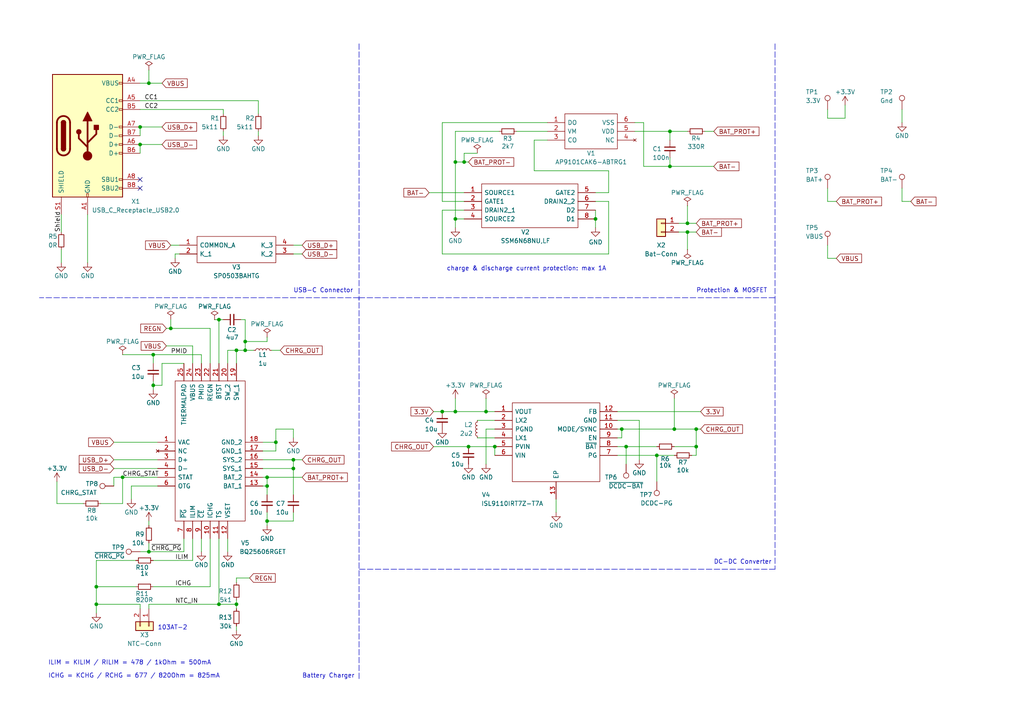
<source format=kicad_sch>
(kicad_sch (version 20211123) (generator eeschema)
  (paper "A4")
  (title_block (title "SmartWatch - [2] Power") (date "2022-06-19") (rev "0.1") (comment 4 "Simon Brenninger"))
  (lib_symbols
    (symbol "Battery Charger:BQ25606RGET" (pin_names (offset 0.762))
      (property "Reference" "PS" (at 26.67 22.86 0))
      (property "Value" "BQ25606RGET" (at 26.67 20.32 0))
      (symbol "BQ25606RGET_0_0"
        (pin input line (at 0 0 0) (length 5.08) (name "VAC") (number "1"))
        (pin input line (at 15.24 -27.94 90) (length 5.08) (name "ICHG") (number "10"))
        (pin input line (at 17.78 -27.94 90) (length 5.08) (name "TS") (number "11"))
        (pin input line (at 20.32 -27.94 90) (length 5.08) (name "VSET") (number "12"))
        (pin power_in line (at 30.48 -12.7 180) (length 5.08) (name "BAT_1") (number "13"))
        (pin power_in line (at 30.48 -10.16 180) (length 5.08) (name "BAT_2") (number "14"))
        (pin power_in line (at 30.48 -7.62 180) (length 5.08) (name "SYS_1") (number "15"))
        (pin power_in line (at 30.48 -5.08 180) (length 5.08) (name "SYS_2") (number "16"))
        (pin power_in line (at 30.48 -2.54 180) (length 5.08) (name "GND_1") (number "17"))
        (pin power_in line (at 30.48 0 180) (length 5.08) (name "GND_2") (number "18"))
        (pin power_in line (at 22.86 22.86 270) (length 5.08) (name "SW_1") (number "19"))
        (pin no_connect line (at 0 -2.54 0) (length 5.08) (name "NC") (number "2"))
        (pin power_in line (at 20.32 22.86 270) (length 5.08) (name "SW_2") (number "20"))
        (pin power_in line (at 17.78 22.86 270) (length 5.08) (name "BTST") (number "21"))
        (pin power_in line (at 15.24 22.86 270) (length 5.08) (name "REGN") (number "22"))
        (pin power_in line (at 12.7 22.86 270) (length 5.08) (name "PMID") (number "23"))
        (pin power_in line (at 10.16 22.86 270) (length 5.08) (name "VBUS") (number "24"))
        (pin power_in line (at 7.62 22.86 270) (length 5.08) (name "THERMALPAD") (number "25"))
        (pin bidirectional line (at 0 -5.08 0) (length 5.08) (name "D+") (number "3"))
        (pin bidirectional line (at 0 -7.62 0) (length 5.08) (name "D-") (number "4"))
        (pin output line (at 0 -10.16 0) (length 5.08) (name "STAT") (number "5"))
        (pin input line (at 0 -12.7 0) (length 5.08) (name "OTG") (number "6"))
        (pin output line (at 7.62 -27.94 90) (length 5.08) (name "~{PG}") (number "7"))
        (pin input line (at 10.16 -27.94 90) (length 5.08) (name "ILIM") (number "8"))
        (pin input line (at 12.7 -27.94 90) (length 5.08) (name "~{CE}") (number "9"))
      )
      (symbol "BQ25606RGET_0_1"
        (polyline (pts (xy 5.08 17.78) (xy 25.4 17.78) (xy 25.4 -22.86) (xy 5.08 -22.86) (xy 5.08 17.78)) (stroke (width 0.1524)))
      )
    )
    (symbol "Battery Protection:AP9101CAK6-ABTRG1" (pin_names (offset 0.762))
      (property "Reference" "IC" (at 21.59 7.62 0))
      (property "Value" "AP9101CAK6-ABTRG1" (at 21.59 5.08 0))
      (symbol "AP9101CAK6-ABTRG1_0_0"
        (pin passive line (at 0 0 0) (length 5.08) (name "DO") (number "1"))
        (pin passive line (at 0 -2.54 0) (length 5.08) (name "VM") (number "2"))
        (pin passive line (at 0 -5.08 0) (length 5.08) (name "CO") (number "3"))
        (pin no_connect line (at 25.4 -5.08 180) (length 5.08) (name "NC") (number "4"))
        (pin passive line (at 25.4 -2.54 180) (length 5.08) (name "VDD") (number "5"))
        (pin passive line (at 25.4 0 180) (length 5.08) (name "VSS") (number "6"))
      )
      (symbol "AP9101CAK6-ABTRG1_0_1"
        (polyline (pts (xy 5.08 2.54) (xy 20.32 2.54) (xy 20.32 -7.62) (xy 5.08 -7.62) (xy 5.08 2.54)) (stroke (width 0.1524)))
      )
    )
    (symbol "Connector:TestPoint" (pin_numbers hide) (pin_names (offset 0.762) hide)
      (property "Reference" "TP" (at 0 6.858 0))
      (property "Value" "TestPoint" (at 0 5.08 0))
      (symbol "TestPoint_0_1"
        (circle (center 0 3.302) (radius 0.762))
      )
      (symbol "TestPoint_1_1"
        (pin passive line (at 0 0 90) (length 2.54) (name "1") (number "1"))
      )
    )
    (symbol "Connector:USB_C_Receptacle_USB2.0" (pin_names (offset 1.016))
      (property "Reference" "J" (at -10.16 19.05 0))
      (property "Value" "USB_C_Receptacle_USB2.0" (at 19.05 19.05 0))
      (symbol "USB_C_Receptacle_USB2.0_0_0"
        (rectangle (start -0.254 -17.78) (end 0.254 -16.764))
        (rectangle (start 10.16 -14.986) (end 9.144 -15.494))
        (rectangle (start 10.16 -12.446) (end 9.144 -12.954))
        (rectangle (start 10.16 -4.826) (end 9.144 -5.334))
        (rectangle (start 10.16 -2.286) (end 9.144 -2.794))
        (rectangle (start 10.16 0.254) (end 9.144 -0.254))
        (rectangle (start 10.16 2.794) (end 9.144 2.286))
        (rectangle (start 10.16 7.874) (end 9.144 7.366))
        (rectangle (start 10.16 10.414) (end 9.144 9.906))
        (rectangle (start 10.16 15.494) (end 9.144 14.986))
      )
      (symbol "USB_C_Receptacle_USB2.0_0_1"
        (rectangle (start -10.16 17.78) (end 10.16 -17.78) (stroke (width 0.254)) (fill (type background)))
        (arc (start -8.89 -3.81) (mid -6.985 -5.715) (end -5.08 -3.81) (stroke (width 0.508)))
        (arc (start -7.62 -3.81) (mid -6.985 -4.445) (end -6.35 -3.81) (stroke (width 0.254)))
        (arc (start -7.62 -3.81) (mid -6.985 -4.445) (end -6.35 -3.81) (stroke (width 0.254)) (fill (type outline)))
        (rectangle (start -7.62 -3.81) (end -6.35 3.81) (stroke (width 0.254)) (fill (type outline)))
        (arc (start -6.35 3.81) (mid -6.985 4.445) (end -7.62 3.81) (stroke (width 0.254)))
        (arc (start -6.35 3.81) (mid -6.985 4.445) (end -7.62 3.81) (stroke (width 0.254)) (fill (type outline)))
        (arc (start -5.08 3.81) (mid -6.985 5.715) (end -8.89 3.81) (stroke (width 0.508)))
        (circle (center -2.54 1.143) (radius 0.635) (stroke (width 0.254)) (fill (type outline)))
        (circle (center 0 -5.842) (radius 1.27) (fill (type outline)))
        (polyline (pts (xy -8.89 -3.81) (xy -8.89 3.81)) (stroke (width 0.508)))
        (polyline (pts (xy -5.08 3.81) (xy -5.08 -3.81)) (stroke (width 0.508)))
        (polyline (pts (xy 0 -5.842) (xy 0 4.318)) (stroke (width 0.508)))
        (polyline (pts (xy 0 -3.302) (xy -2.54 -0.762) (xy -2.54 0.508)) (stroke (width 0.508)))
        (polyline (pts (xy 0 -2.032) (xy 2.54 0.508) (xy 2.54 1.778)) (stroke (width 0.508)))
        (polyline (pts (xy -1.27 4.318) (xy 0 6.858) (xy 1.27 4.318) (xy -1.27 4.318)) (stroke (width 0.254)) (fill (type outline)))
        (rectangle (start 1.905 1.778) (end 3.175 3.048) (stroke (width 0.254)) (fill (type outline)))
      )
      (symbol "USB_C_Receptacle_USB2.0_1_1"
        (pin passive line (at 0 -22.86 90) (length 5.08) (name "GND") (number "A1"))
        (pin passive line (at 0 -22.86 90) (length 5.08) hide (name "GND") (number "A12"))
        (pin passive line (at 15.24 15.24 180) (length 5.08) (name "VBUS") (number "A4"))
        (pin bidirectional line (at 15.24 10.16 180) (length 5.08) (name "CC1") (number "A5"))
        (pin bidirectional line (at 15.24 -2.54 180) (length 5.08) (name "D+") (number "A6"))
        (pin bidirectional line (at 15.24 2.54 180) (length 5.08) (name "D-") (number "A7"))
        (pin bidirectional line (at 15.24 -12.7 180) (length 5.08) (name "SBU1") (number "A8"))
        (pin passive line (at 15.24 15.24 180) (length 5.08) hide (name "VBUS") (number "A9"))
        (pin passive line (at 0 -22.86 90) (length 5.08) hide (name "GND") (number "B1"))
        (pin passive line (at 0 -22.86 90) (length 5.08) hide (name "GND") (number "B12"))
        (pin passive line (at 15.24 15.24 180) (length 5.08) hide (name "VBUS") (number "B4"))
        (pin bidirectional line (at 15.24 7.62 180) (length 5.08) (name "CC2") (number "B5"))
        (pin bidirectional line (at 15.24 -5.08 180) (length 5.08) (name "D+") (number "B6"))
        (pin bidirectional line (at 15.24 0 180) (length 5.08) (name "D-") (number "B7"))
        (pin bidirectional line (at 15.24 -15.24 180) (length 5.08) (name "SBU2") (number "B8"))
        (pin passive line (at 15.24 15.24 180) (length 5.08) hide (name "VBUS") (number "B9"))
        (pin passive line (at -7.62 -22.86 90) (length 5.08) (name "SHIELD") (number "S1"))
      )
    )
    (symbol "Connector_Generic:Conn_01x02" (pin_names (offset 1.016) hide)
      (property "Reference" "J" (at 0 2.54 0))
      (property "Value" "Conn_01x02" (at 0 -5.08 0))
      (symbol "Conn_01x02_1_1"
        (rectangle (start -1.27 -2.413) (end 0 -2.667) (stroke (width 0.1524)))
        (rectangle (start -1.27 0.127) (end 0 -0.127) (stroke (width 0.1524)))
        (rectangle (start -1.27 1.27) (end 1.27 -3.81) (stroke (width 0.254)) (fill (type background)))
        (pin passive line (at -5.08 0 0) (length 3.81) (name "Pin_1") (number "1"))
        (pin passive line (at -5.08 -2.54 0) (length 3.81) (name "Pin_2") (number "2"))
      )
    )
    (symbol "Device:C_Small" (pin_numbers hide) (pin_names (offset 0.254) hide)
      (property "Reference" "C" (at 0.254 1.778 0))
      (property "Value" "C_Small" (at 0.254 -2.032 0))
      (symbol "C_Small_0_1"
        (polyline (pts (xy -1.524 -0.508) (xy 1.524 -0.508)) (stroke (width 0.3302)))
        (polyline (pts (xy -1.524 0.508) (xy 1.524 0.508)) (stroke (width 0.3048)))
      )
      (symbol "C_Small_1_1"
        (pin passive line (at 0 2.54 270) (length 2.032) (name "~") (number "1"))
        (pin passive line (at 0 -2.54 90) (length 2.032) (name "~") (number "2"))
      )
    )
    (symbol "Device:L_Small" (pin_numbers hide) (pin_names (offset 0.254) hide)
      (property "Reference" "L" (at 0.762 1.016 0))
      (property "Value" "L_Small" (at 0.762 -1.016 0))
      (symbol "L_Small_0_1"
        (arc (start 0 -2.032) (mid 0.508 -1.524) (end 0 -1.016))
        (arc (start 0 -1.016) (mid 0.508 -0.508) (end 0 0))
        (arc (start 0 0) (mid 0.508 0.508) (end 0 1.016))
        (arc (start 0 1.016) (mid 0.508 1.524) (end 0 2.032))
      )
      (symbol "L_Small_1_1"
        (pin passive line (at 0 2.54 270) (length 0.508) (name "~") (number "1"))
        (pin passive line (at 0 -2.54 90) (length 0.508) (name "~") (number "2"))
      )
    )
    (symbol "Device:R_Small" (pin_numbers hide) (pin_names (offset 0.254) hide)
      (property "Reference" "R" (at 0.762 0.508 0))
      (property "Value" "R_Small" (at 0.762 -1.016 0))
      (symbol "R_Small_0_1"
        (rectangle (start -0.762 1.778) (end 0.762 -1.778) (stroke (width 0.2032)))
      )
      (symbol "R_Small_1_1"
        (pin passive line (at 0 2.54 270) (length 0.762) (name "~") (number "1"))
        (pin passive line (at 0 -2.54 90) (length 0.762) (name "~") (number "2"))
      )
    )
    (symbol "ESD Protection:SP0503BAHTG" (pin_names (offset 0.762))
      (property "Reference" "D" (at 29.21 7.62 0))
      (property "Value" "SP0503BAHTG" (at 29.21 5.08 0))
      (symbol "SP0503BAHTG_0_0"
        (pin passive line (at 0 0 0) (length 5.08) (name "COMMON_A") (number "1"))
        (pin passive line (at 0 -2.54 0) (length 5.08) (name "K_1") (number "2"))
        (pin passive line (at 33.02 -2.54 180) (length 5.08) (name "K_2") (number "3"))
        (pin passive line (at 33.02 0 180) (length 5.08) (name "K_3") (number "4"))
      )
      (symbol "SP0503BAHTG_0_1"
        (polyline (pts (xy 5.08 2.54) (xy 27.94 2.54) (xy 27.94 -5.08) (xy 5.08 -5.08) (xy 5.08 2.54)) (stroke (width 0.1524)))
      )
    )
    (symbol "MOSFET:SSM6N68NU,LF" (pin_names (offset 0.762))
      (property "Reference" "Q" (at 34.29 7.62 0))
      (property "Value" "SSM6N68NU,LF" (at 34.29 5.08 0))
      (symbol "SSM6N68NU,LF_0_0"
        (pin passive line (at 0 0 0) (length 5.08) (name "SOURCE1") (number "1"))
        (pin passive line (at 0 -2.54 0) (length 5.08) (name "GATE1") (number "2"))
        (pin passive line (at 0 -5.08 0) (length 5.08) (name "DRAIN2_1") (number "3"))
        (pin passive line (at 0 -7.62 0) (length 5.08) (name "SOURCE2") (number "4"))
        (pin passive line (at 38.1 0 180) (length 5.08) (name "GATE2") (number "5"))
        (pin passive line (at 38.1 -2.54 180) (length 5.08) (name "DRAIN2_2") (number "6"))
        (pin passive line (at 38.1 -5.08 180) (length 5.08) (name "D2") (number "7"))
        (pin passive line (at 38.1 -7.62 180) (length 5.08) (name "D1") (number "8"))
      )
      (symbol "SSM6N68NU,LF_0_1"
        (polyline (pts (xy 5.08 2.54) (xy 33.02 2.54) (xy 33.02 -10.16) (xy 5.08 -10.16) (xy 5.08 2.54)) (stroke (width 0.1524)))
      )
    )
    (symbol "Voltage Regulator:ISL9110IRT7Z-T7A" (pin_names (offset 0.762))
      (property "Reference" "IC" (at 31.75 7.62 0))
      (property "Value" "ISL9110IRT7Z-T7A" (at 31.75 5.08 0))
      (symbol "ISL9110IRT7Z-T7A_0_0"
        (pin passive line (at 0 0 0) (length 5.08) (name "VOUT") (number "1"))
        (pin passive line (at 35.56 -5.08 180) (length 5.08) (name "MODE/SYNC") (number "10"))
        (pin passive line (at 35.56 -2.54 180) (length 5.08) (name "GND") (number "11"))
        (pin passive line (at 35.56 0 180) (length 5.08) (name "FB") (number "12"))
        (pin passive line (at 17.78 -25.4 90) (length 5.08) (name "EP") (number "13"))
        (pin passive line (at 0 -2.54 0) (length 5.08) (name "LX2") (number "2"))
        (pin passive line (at 0 -5.08 0) (length 5.08) (name "PGND") (number "3"))
        (pin passive line (at 0 -7.62 0) (length 5.08) (name "LX1") (number "4"))
        (pin passive line (at 0 -10.16 0) (length 5.08) (name "PVIN") (number "5"))
        (pin passive line (at 0 -12.7 0) (length 5.08) (name "VIN") (number "6"))
        (pin passive line (at 35.56 -12.7 180) (length 5.08) (name "PG") (number "7"))
        (pin passive line (at 35.56 -10.16 180) (length 5.08) (name "~{BAT}") (number "8"))
        (pin passive line (at 35.56 -7.62 180) (length 5.08) (name "EN") (number "9"))
      )
      (symbol "ISL9110IRT7Z-T7A_0_1"
        (polyline (pts (xy 5.08 2.54) (xy 30.48 2.54) (xy 30.48 -20.32) (xy 5.08 -20.32) (xy 5.08 2.54)) (stroke (width 0.1524)))
      )
    )
    (symbol "power:+3.3V" (power) (pin_names (offset 0))
      (property "Value" "+3.3V" (at 0 3.556 0))
      (symbol "+3.3V_0_1"
        (polyline (pts (xy -0.762 1.27) (xy 0 2.54)))
        (polyline (pts (xy 0 0) (xy 0 2.54)))
        (polyline (pts (xy 0 2.54) (xy 0.762 1.27)))
      )
      (symbol "+3.3V_1_1"
        (pin power_in line (at 0 0 90) (length 0) hide (name "+3.3V") (number "1"))
      )
    )
    (symbol "power:GND" (power) (pin_names (offset 0))
      (property "Value" "GND" (at 0 -3.81 0))
      (symbol "GND_0_1"
        (polyline (pts (xy 0 0) (xy 0 -1.27) (xy 1.27 -1.27) (xy 0 -2.54) (xy -1.27 -1.27) (xy 0 -1.27)))
      )
      (symbol "GND_1_1"
        (pin power_in line (at 0 0 270) (length 0) hide (name "GND") (number "1"))
      )
    )
    (symbol "power:PWR_FLAG" (power) (pin_numbers hide) (pin_names (offset 0) hide)
      (property "Value" "PWR_FLAG" (at 0 3.81 0))
      (symbol "PWR_FLAG_0_0"
        (pin power_out line (at 0 0 90) (length 0) (name "pwr") (number "1"))
      )
      (symbol "PWR_FLAG_0_1"
        (polyline (pts (xy 0 0) (xy 0 1.27) (xy -1.016 1.905) (xy 0 2.54) (xy 1.016 1.905) (xy 0 1.27)))
      )
    )
  )
  (junction (at 35.56 138.43))
  (junction (at 132.08 46.99))
  (junction (at 27.94 175.26))
  (junction (at 44.45 102.87))
  (junction (at 180.34 124.46))
  (junction (at 134.62 46.99))
  (junction (at 85.09 135.89))
  (junction (at 77.47 138.43))
  (junction (at 132.08 119.38))
  (junction (at 194.31 38.1))
  (junction (at 199.39 64.77))
  (junction (at 132.08 63.5))
  (junction (at 199.39 67.31))
  (junction (at 43.18 24.13))
  (junction (at 135.89 129.54))
  (junction (at 195.58 124.46))
  (junction (at 201.93 124.46))
  (junction (at 40.64 36.83))
  (junction (at 143.51 129.54))
  (junction (at 63.5 92.71))
  (junction (at 140.97 119.38))
  (junction (at 80.01 128.27))
  (junction (at 194.31 48.26))
  (junction (at 190.5 132.08))
  (junction (at 71.12 101.6))
  (junction (at 44.45 111.76))
  (junction (at 128.27 119.38))
  (junction (at 77.47 140.97))
  (junction (at 71.12 99.06))
  (junction (at 43.18 160.02))
  (junction (at 68.58 101.6))
  (junction (at 85.09 133.35))
  (junction (at 172.72 63.5))
  (junction (at 40.64 41.91))
  (junction (at 63.5 175.26))
  (junction (at 77.47 151.13))
  (junction (at 201.93 129.54))
  (junction (at 27.94 170.18))
  (junction (at 68.58 175.26))
  (junction (at 49.53 95.25))
  (junction (at 181.61 129.54))
  (no_connect (at 40.64 52.07))
  (no_connect (at 40.64 54.61))
  (wire (pts (xy 199.39 67.31) (xy 199.39 72.39)))
  (wire (pts (xy 77.47 138.43) (xy 77.47 140.97)))
  (wire (pts (xy 29.21 146.05) (xy 35.56 146.05)))
  (wire (pts (xy 43.18 24.13) (xy 46.99 24.13)))
  (wire (pts (xy 184.15 38.1) (xy 194.31 38.1)))
  (wire (pts (xy 158.75 35.56) (xy 128.27 35.56)))
  (wire (pts (xy 60.96 170.18) (xy 44.45 170.18)))
  (wire (pts (xy 40.64 41.91) (xy 46.99 41.91)))
  (wire (pts (xy 132.08 115.57) (xy 132.08 119.38)))
  (wire (pts (xy 242.57 74.93) (xy 240.03 74.93)))
  (wire (pts (xy 55.88 100.33) (xy 55.88 105.41)))
  (wire (pts (xy 63.5 105.41) (xy 63.5 92.71)))
  (wire (pts (xy 85.09 73.66) (xy 87.63 73.66)))
  (wire (pts (xy 46.99 105.41) (xy 46.99 111.76)))
  (wire (pts (xy 33.02 138.43) (xy 33.02 140.97)))
  (wire (pts (xy 33.02 128.27) (xy 45.72 128.27)))
  (wire (pts (xy 201.93 124.46) (xy 201.93 129.54)))
  (wire (pts (xy 46.99 111.76) (xy 44.45 111.76)))
  (wire (pts (xy 195.58 129.54) (xy 201.93 129.54)))
  (wire (pts (xy 76.2 135.89) (xy 85.09 135.89)))
  (wire (pts (xy 62.23 92.71) (xy 63.5 92.71)))
  (wire (pts (xy 40.64 31.75) (xy 64.77 31.75)))
  (wire (pts (xy 66.04 160.02) (xy 66.04 156.21)))
  (wire (pts (xy 77.47 140.97) (xy 77.47 143.51)))
  (wire (pts (xy 201.93 64.77) (xy 199.39 64.77)))
  (wire (pts (xy 68.58 167.64) (xy 72.39 167.64)))
  (wire (pts (xy 186.69 48.26) (xy 194.31 48.26)))
  (wire (pts (xy 125.73 119.38) (xy 128.27 119.38)))
  (wire (pts (xy 44.45 102.87) (xy 44.45 105.41)))
  (wire (pts (xy 261.62 58.42) (xy 264.16 58.42)))
  (wire (pts (xy 63.5 175.26) (xy 63.5 156.21)))
  (wire (pts (xy 17.78 62.23) (xy 17.78 67.31)))
  (wire (pts (xy 44.45 111.76) (xy 44.45 113.03)))
  (wire (pts (xy 135.89 129.54) (xy 143.51 129.54)))
  (wire (pts (xy 80.01 124.46) (xy 85.09 124.46)))
  (wire (pts (xy 199.39 59.69) (xy 199.39 64.77)))
  (wire (pts (xy 201.93 67.31) (xy 199.39 67.31)))
  (wire (pts (xy 158.75 40.64) (xy 154.94 40.64)))
  (wire (pts (xy 58.42 105.41) (xy 58.42 102.87)))
  (wire (pts (xy 186.69 35.56) (xy 186.69 48.26)))
  (wire (pts (xy 179.07 132.08) (xy 190.5 132.08)))
  (wire (pts (xy 195.58 124.46) (xy 201.93 124.46)))
  (wire (pts (xy 77.47 151.13) (xy 77.47 148.59)))
  (wire (pts (xy 33.02 133.35) (xy 45.72 133.35)))
  (wire (pts (xy 128.27 73.66) (xy 176.53 73.66)))
  (wire (pts (xy 38.1 140.97) (xy 45.72 140.97)))
  (wire (pts (xy 40.64 175.26) (xy 40.64 176.53)))
  (wire (pts (xy 245.11 34.29) (xy 240.03 34.29)))
  (wire (pts (xy 38.1 144.78) (xy 38.1 140.97)))
  (wire (pts (xy 76.2 140.97) (xy 77.47 140.97)))
  (wire (pts (xy 85.09 133.35) (xy 87.63 133.35)))
  (polyline (pts (xy 104.14 86.36) (xy 224.79 86.36)))
  (wire (pts (xy 35.56 138.43) (xy 45.72 138.43)))
  (wire (pts (xy 53.34 156.21) (xy 53.34 160.02)))
  (wire (pts (xy 140.97 119.38) (xy 143.51 119.38)))
  (wire (pts (xy 138.43 121.92) (xy 143.51 121.92)))
  (wire (pts (xy 40.64 36.83) (xy 46.99 36.83)))
  (wire (pts (xy 154.94 40.64) (xy 154.94 49.53)))
  (wire (pts (xy 80.01 128.27) (xy 80.01 124.46)))
  (wire (pts (xy 74.93 29.21) (xy 74.93 33.02)))
  (wire (pts (xy 143.51 124.46) (xy 140.97 124.46)))
  (wire (pts (xy 181.61 129.54) (xy 190.5 129.54)))
  (wire (pts (xy 149.86 38.1) (xy 158.75 38.1)))
  (wire (pts (xy 64.77 39.37) (xy 64.77 38.1)))
  (wire (pts (xy 77.47 138.43) (xy 87.63 138.43)))
  (wire (pts (xy 140.97 115.57) (xy 140.97 119.38)))
  (wire (pts (xy 77.47 97.79) (xy 77.47 99.06)))
  (wire (pts (xy 52.07 73.66) (xy 50.8 73.66)))
  (wire (pts (xy 143.51 132.08) (xy 143.51 129.54)))
  (wire (pts (xy 199.39 67.31) (xy 196.85 67.31)))
  (wire (pts (xy 134.62 60.96) (xy 128.27 60.96)))
  (wire (pts (xy 179.07 129.54) (xy 181.61 129.54)))
  (wire (pts (xy 43.18 160.02) (xy 43.18 157.48)))
  (wire (pts (xy 240.03 34.29) (xy 240.03 31.75)))
  (wire (pts (xy 77.47 99.06) (xy 71.12 99.06)))
  (wire (pts (xy 125.73 129.54) (xy 135.89 129.54)))
  (wire (pts (xy 134.62 55.88) (xy 124.46 55.88)))
  (wire (pts (xy 50.8 73.66) (xy 50.8 74.93)))
  (wire (pts (xy 180.34 124.46) (xy 195.58 124.46)))
  (wire (pts (xy 176.53 49.53) (xy 176.53 55.88)))
  (wire (pts (xy 43.18 175.26) (xy 63.5 175.26)))
  (polyline (pts (xy 104.14 86.36) (xy 11.43 86.36)))
  (wire (pts (xy 261.62 35.56) (xy 261.62 31.75)))
  (wire (pts (xy 48.26 95.25) (xy 49.53 95.25)))
  (wire (pts (xy 85.09 151.13) (xy 77.47 151.13)))
  (wire (pts (xy 78.74 101.6) (xy 81.28 101.6)))
  (polyline (pts (xy 224.79 12.7) (xy 224.79 86.36)))
  (wire (pts (xy 27.94 175.26) (xy 40.64 175.26)))
  (wire (pts (xy 179.07 127) (xy 180.34 127)))
  (wire (pts (xy 261.62 54.61) (xy 261.62 58.42)))
  (wire (pts (xy 180.34 124.46) (xy 180.34 127)))
  (wire (pts (xy 55.88 156.21) (xy 55.88 162.56)))
  (wire (pts (xy 199.39 64.77) (xy 196.85 64.77)))
  (wire (pts (xy 204.47 38.1) (xy 207.01 38.1)))
  (wire (pts (xy 179.07 119.38) (xy 203.2 119.38)))
  (wire (pts (xy 176.53 55.88) (xy 172.72 55.88)))
  (wire (pts (xy 27.94 162.56) (xy 39.37 162.56)))
  (wire (pts (xy 16.51 146.05) (xy 24.13 146.05)))
  (wire (pts (xy 44.45 110.49) (xy 44.45 111.76)))
  (wire (pts (xy 80.01 130.81) (xy 80.01 128.27)))
  (wire (pts (xy 242.57 58.42) (xy 240.03 58.42)))
  (wire (pts (xy 43.18 152.4) (xy 43.18 151.13)))
  (wire (pts (xy 172.72 60.96) (xy 172.72 63.5)))
  (polyline (pts (xy 104.14 196.85) (xy 104.14 86.36)))
  (wire (pts (xy 85.09 135.89) (xy 85.09 143.51)))
  (wire (pts (xy 195.58 115.57) (xy 195.58 124.46)))
  (polyline (pts (xy 224.79 86.36) (xy 224.79 165.1)))
  (wire (pts (xy 64.77 31.75) (xy 64.77 33.02)))
  (wire (pts (xy 128.27 60.96) (xy 128.27 73.66)))
  (wire (pts (xy 66.04 105.41) (xy 66.04 101.6)))
  (wire (pts (xy 53.34 105.41) (xy 46.99 105.41)))
  (wire (pts (xy 16.51 139.7) (xy 16.51 146.05)))
  (wire (pts (xy 69.85 92.71) (xy 71.12 92.71)))
  (wire (pts (xy 144.78 38.1) (xy 132.08 38.1)))
  (wire (pts (xy 44.45 162.56) (xy 55.88 162.56)))
  (wire (pts (xy 68.58 175.26) (xy 68.58 176.53)))
  (wire (pts (xy 172.72 63.5) (xy 172.72 66.04)))
  (wire (pts (xy 76.2 133.35) (xy 85.09 133.35)))
  (wire (pts (xy 176.53 73.66) (xy 176.53 58.42)))
  (wire (pts (xy 128.27 119.38) (xy 132.08 119.38)))
  (wire (pts (xy 132.08 63.5) (xy 134.62 63.5)))
  (wire (pts (xy 76.2 130.81) (xy 80.01 130.81)))
  (wire (pts (xy 25.4 62.23) (xy 25.4 76.2)))
  (wire (pts (xy 49.53 92.71) (xy 49.53 95.25)))
  (wire (pts (xy 179.07 121.92) (xy 185.42 121.92)))
  (wire (pts (xy 40.64 24.13) (xy 43.18 24.13)))
  (wire (pts (xy 40.64 36.83) (xy 40.64 39.37)))
  (wire (pts (xy 128.27 58.42) (xy 134.62 58.42)))
  (wire (pts (xy 201.93 124.46) (xy 203.2 124.46)))
  (wire (pts (xy 71.12 92.71) (xy 71.12 99.06)))
  (wire (pts (xy 17.78 76.2) (xy 17.78 72.39)))
  (wire (pts (xy 190.5 132.08) (xy 190.5 139.7)))
  (wire (pts (xy 71.12 99.06) (xy 71.12 101.6)))
  (wire (pts (xy 184.15 35.56) (xy 186.69 35.56)))
  (wire (pts (xy 68.58 168.91) (xy 68.58 167.64)))
  (wire (pts (xy 76.2 128.27) (xy 80.01 128.27)))
  (wire (pts (xy 245.11 30.48) (xy 245.11 34.29)))
  (wire (pts (xy 240.03 58.42) (xy 240.03 54.61)))
  (wire (pts (xy 176.53 58.42) (xy 172.72 58.42)))
  (wire (pts (xy 132.08 119.38) (xy 140.97 119.38)))
  (polyline (pts (xy 104.14 12.7) (xy 104.14 86.995)))
  (wire (pts (xy 240.03 71.12) (xy 240.03 74.93)))
  (wire (pts (xy 43.18 160.02) (xy 53.34 160.02)))
  (wire (pts (xy 85.09 148.59) (xy 85.09 151.13)))
  (wire (pts (xy 185.42 121.92) (xy 185.42 133.35)))
  (wire (pts (xy 138.43 44.45) (xy 134.62 44.45)))
  (wire (pts (xy 76.2 138.43) (xy 77.47 138.43)))
  (wire (pts (xy 132.08 66.04) (xy 132.08 63.5)))
  (wire (pts (xy 39.37 170.18) (xy 27.94 170.18)))
  (wire (pts (xy 201.93 132.08) (xy 201.93 129.54)))
  (wire (pts (xy 181.61 129.54) (xy 181.61 134.62)))
  (wire (pts (xy 85.09 124.46) (xy 85.09 127)))
  (wire (pts (xy 33.02 138.43) (xy 35.56 138.43)))
  (wire (pts (xy 190.5 132.08) (xy 195.58 132.08)))
  (wire (pts (xy 138.43 127) (xy 143.51 127)))
  (wire (pts (xy 140.97 124.46) (xy 140.97 134.62)))
  (wire (pts (xy 74.93 39.37) (xy 74.93 38.1)))
  (wire (pts (xy 63.5 92.71) (xy 64.77 92.71)))
  (wire (pts (xy 179.07 124.46) (xy 180.34 124.46)))
  (wire (pts (xy 154.94 49.53) (xy 176.53 49.53)))
  (wire (pts (xy 68.58 182.88) (xy 68.58 181.61)))
  (wire (pts (xy 194.31 45.72) (xy 194.31 48.26)))
  (wire (pts (xy 27.94 162.56) (xy 27.94 170.18)))
  (wire (pts (xy 43.18 20.32) (xy 43.18 24.13)))
  (wire (pts (xy 40.64 160.02) (xy 43.18 160.02)))
  (wire (pts (xy 49.53 71.12) (xy 52.07 71.12)))
  (wire (pts (xy 49.53 95.25) (xy 60.96 95.25)))
  (wire (pts (xy 40.64 41.91) (xy 40.64 44.45)))
  (wire (pts (xy 27.94 175.26) (xy 27.94 177.8)))
  (wire (pts (xy 68.58 101.6) (xy 71.12 101.6)))
  (wire (pts (xy 35.56 102.87) (xy 44.45 102.87)))
  (wire (pts (xy 201.93 132.08) (xy 200.66 132.08)))
  (wire (pts (xy 60.96 156.21) (xy 60.96 170.18)))
  (wire (pts (xy 73.66 101.6) (xy 71.12 101.6)))
  (wire (pts (xy 35.56 138.43) (xy 35.56 146.05)))
  (polyline (pts (xy 224.79 165.1) (xy 104.14 165.1)))
  (wire (pts (xy 132.08 38.1) (xy 132.08 46.99)))
  (wire (pts (xy 194.31 38.1) (xy 199.39 38.1)))
  (wire (pts (xy 63.5 175.26) (xy 68.58 175.26)))
  (wire (pts (xy 48.26 100.33) (xy 55.88 100.33)))
  (wire (pts (xy 68.58 105.41) (xy 68.58 101.6)))
  (wire (pts (xy 134.62 46.99) (xy 135.89 46.99)))
  (wire (pts (xy 87.63 71.12) (xy 85.09 71.12)))
  (wire (pts (xy 77.47 152.4) (xy 77.47 151.13)))
  (wire (pts (xy 33.02 135.89) (xy 45.72 135.89)))
  (wire (pts (xy 161.29 144.78) (xy 161.29 148.59)))
  (wire (pts (xy 132.08 46.99) (xy 134.62 46.99)))
  (wire (pts (xy 58.42 156.21) (xy 58.42 160.02)))
  (wire (pts (xy 40.64 29.21) (xy 74.93 29.21)))
  (wire (pts (xy 66.04 101.6) (xy 68.58 101.6)))
  (wire (pts (xy 68.58 173.99) (xy 68.58 175.26)))
  (wire (pts (xy 43.18 175.26) (xy 43.18 176.53)))
  (wire (pts (xy 134.62 44.45) (xy 134.62 46.99)))
  (wire (pts (xy 60.96 95.25) (xy 60.96 105.41)))
  (wire (pts (xy 132.08 46.99) (xy 132.08 63.5)))
  (wire (pts (xy 194.31 48.26) (xy 207.01 48.26)))
  (wire (pts (xy 194.31 38.1) (xy 194.31 40.64)))
  (wire (pts (xy 58.42 102.87) (xy 44.45 102.87)))
  (wire (pts (xy 85.09 135.89) (xy 85.09 133.35)))
  (wire (pts (xy 128.27 35.56) (xy 128.27 58.42)))
  (wire (pts (xy 27.94 170.18) (xy 27.94 175.26)))
  (text "ICHG = KCHG / RCHG = 677 / 820Ohm = 825mA" (at 13.97 196.85 0) (effects (font (size 1.27 1.27)) (justify left bottom)))
  (text "ILIM = KILIM / RILIM = 478 / 1kOhm = 500mA" (at 13.97 193.04 0) (effects (font (size 1.27 1.27)) (justify left bottom)))
  (text "DC-DC Converter" (at 207.01 163.83 0) (effects (font (size 1.27 1.27)) (justify left bottom)))
  (text "USB-C Connector" (at 85.09 85.09 0) (effects (font (size 1.27 1.27)) (justify left bottom)))
  (text "charge & discharge current protection: max 1A" (at 129.54 78.74 0) (effects (font (size 1.27 1.27)) (justify left bottom)))
  (text "Protection & MOSFET" (at 201.93 85.09 0) (effects (font (size 1.27 1.27)) (justify left bottom)))
  (text "103AT-2" (at 45.72 182.88 0) (effects (font (size 1.27 1.27)) (justify left bottom)))
  (text "Battery Charger" (at 87.63 196.85 0) (effects (font (size 1.27 1.27)) (justify left bottom)))
  (label "ICHG" (at 50.8 170.18 0))
  (label "ILIM" (at 50.8 162.56 0))
  (label "CC2" (at 41.91 31.75 0))
  (label "CHRG_STAT" (at 35.56 138.43 0))
  (label "Shield" (at 17.78 67.31 90))
  (label "NTC_IN" (at 50.8 175.26 0))
  (label "PMID" (at 49.53 102.87 0))
  (label "CC1" (at 41.91 29.21 0))
  (label "~{CHRG_PG}" (at 43.815 160.02 0))
  (global_label "VBUS" (shape input) (at 48.26 100.33 180) (property "Intersheet References" "${INTERSHEET_REFS}" (effects hide)))
  (global_label "VBUS" (shape input) (at 46.99 24.13 0) (property "Intersheet References" "${INTERSHEET_REFS}" (effects hide)))
  (global_label "VBUS" (shape input) (at 49.53 71.12 180) (property "Intersheet References" "${INTERSHEET_REFS}" (effects hide)))
  (global_label "BAT-" (shape input) (at 201.93 67.31 0) (property "Intersheet References" "${INTERSHEET_REFS}" (effects hide)))
  (global_label "CHRG_OUT" (shape input) (at 125.73 129.54 180) (property "Intersheet References" "${INTERSHEET_REFS}" (effects hide)))
  (global_label "CHRG_OUT" (shape input) (at 203.2 124.46 0) (property "Intersheet References" "${INTERSHEET_REFS}" (effects hide)))
  (global_label "3.3V" (shape input) (at 125.73 119.38 180) (property "Intersheet References" "${INTERSHEET_REFS}" (effects hide)))
  (global_label "BAT_PROT-" (shape input) (at 135.89 46.99 0) (property "Intersheet References" "${INTERSHEET_REFS}" (effects hide)))
  (global_label "REGN" (shape input) (at 72.39 167.64 0) (property "Intersheet References" "${INTERSHEET_REFS}" (effects hide)))
  (global_label "VBUS" (shape input) (at 242.57 74.93 0) (property "Intersheet References" "${INTERSHEET_REFS}" (effects hide)))
  (global_label "USB_D-" (shape input) (at 33.02 135.89 180) (property "Intersheet References" "${INTERSHEET_REFS}" (effects hide)))
  (global_label "BAT_PROT+" (shape input) (at 207.01 38.1 0) (property "Intersheet References" "${INTERSHEET_REFS}" (effects hide)))
  (global_label "USB_D-" (shape input) (at 87.63 73.66 0) (property "Intersheet References" "${INTERSHEET_REFS}" (effects hide)))
  (global_label "CHRG_OUT" (shape input) (at 81.28 101.6 0) (property "Intersheet References" "${INTERSHEET_REFS}" (effects hide)))
  (global_label "CHRG_OUT" (shape input) (at 87.63 133.35 0) (property "Intersheet References" "${INTERSHEET_REFS}" (effects hide)))
  (global_label "USB_D+" (shape input) (at 46.99 36.83 0) (property "Intersheet References" "${INTERSHEET_REFS}" (effects hide)))
  (global_label "BAT_PROT+" (shape input) (at 87.63 138.43 0) (property "Intersheet References" "${INTERSHEET_REFS}" (effects hide)))
  (global_label "BAT-" (shape input) (at 207.01 48.26 0) (property "Intersheet References" "${INTERSHEET_REFS}" (effects hide)))
  (global_label "USB_D-" (shape input) (at 46.99 41.91 0) (property "Intersheet References" "${INTERSHEET_REFS}" (effects hide)))
  (global_label "BAT_PROT+" (shape input) (at 242.57 58.42 0) (property "Intersheet References" "${INTERSHEET_REFS}" (effects hide)))
  (global_label "BAT-" (shape input) (at 264.16 58.42 0) (property "Intersheet References" "${INTERSHEET_REFS}" (effects hide)))
  (global_label "BAT_PROT+" (shape input) (at 201.93 64.77 0) (property "Intersheet References" "${INTERSHEET_REFS}" (effects hide)))
  (global_label "VBUS" (shape input) (at 33.02 128.27 180) (property "Intersheet References" "${INTERSHEET_REFS}" (effects hide)))
  (global_label "USB_D+" (shape input) (at 87.63 71.12 0) (property "Intersheet References" "${INTERSHEET_REFS}" (effects hide)))
  (global_label "USB_D+" (shape input) (at 33.02 133.35 180) (property "Intersheet References" "${INTERSHEET_REFS}" (effects hide)))
  (global_label "BAT-" (shape input) (at 124.46 55.88 180) (property "Intersheet References" "${INTERSHEET_REFS}" (effects hide)))
  (global_label "REGN" (shape input) (at 48.26 95.25 180) (property "Intersheet References" "${INTERSHEET_REFS}" (effects hide)))
  (global_label "3.3V" (shape input) (at 203.2 119.38 0) (property "Intersheet References" "${INTERSHEET_REFS}" (effects hide)))
  (symbol (lib_id "power:GND") (at 185.42 133.35 0) (unit 1)
    (property "Reference" "#PWR014" (effects hide))
    (property "Value" "GND" (at 185.42 137.16 0))
  )
  (symbol (lib_id "power:+3.3V") (at 132.08 115.57 0) (unit 1)
    (property "Reference" "#PWR011" (effects hide))
    (property "Value" "+3.3V" (at 132.08 111.76 0))
  )
  (symbol (lib_id "Connector:TestPoint") (at 33.02 140.97 90) (unit 1)
    (property "Reference" "TP8" (at 26.67 140.335 90))
    (property "Value" "CHRG_STAT" (at 22.86 142.875 90))
    (property "Footprint" "TestPoint:TestPoint_Pad_D1.0mm" (effects hide))
  )
  (symbol (lib_id "Device:R_Small") (at 68.58 179.07 0) (mirror y) (unit 1)
    (property "Reference" "R13" (at 67.31 179.07 0) (effects (justify left)))
    (property "Value" "30k" (at 67.31 181.61 0) (effects (justify left)))
    (property "Footprint" "Resistor_SMD:R_0603_1608Metric" (effects hide))
  )
  (symbol (lib_id "power:GND") (at 64.77 39.37 0) (unit 1)
    (property "Reference" "#PWR03" (effects hide))
    (property "Value" "GND" (at 64.77 43.18 0))
  )
  (symbol (lib_id "Device:C_Small") (at 44.45 107.95 0) (unit 1)
    (property "Reference" "C3" (at 38.1 106.68 0) (effects (justify left)))
    (property "Value" "10u" (at 38.1 109.22 0) (effects (justify left)))
    (property "Footprint" "Capacitor_SMD:C_0603_1608Metric" (effects hide))
  )
  (symbol (lib_id "Device:C_Small") (at 77.47 146.05 0) (unit 1)
    (property "Reference" "C6" (at 72.39 146.05 0) (effects (justify left)))
    (property "Value" "10u" (at 72.39 148.59 0) (effects (justify left)))
    (property "Footprint" "Capacitor_SMD:C_0603_1608Metric" (effects hide))
  )
  (symbol (lib_id "power:GND") (at 68.58 182.88 0) (unit 1)
    (property "Reference" "#PWR025" (effects hide))
    (property "Value" "GND" (at 68.58 186.69 0))
  )
  (symbol (lib_id "power:PWR_FLAG") (at 140.97 115.57 0) (unit 1)
    (property "Reference" "#FLG09" (effects hide))
    (property "Value" "PWR_FLAG" (at 140.97 111.76 0))
  )
  (symbol (lib_id "power:GND") (at 25.4 76.2 0) (unit 1)
    (property "Reference" "#PWR09" (effects hide))
    (property "Value" "GND" (at 25.4 80.01 0))
  )
  (symbol (lib_id "power:GND") (at 74.93 39.37 0) (unit 1)
    (property "Reference" "#PWR04" (effects hide))
    (property "Value" "GND" (at 74.93 43.18 0))
  )
  (symbol (lib_id "power:PWR_FLAG") (at 195.58 115.57 0) (unit 1)
    (property "Reference" "#FLG010" (effects hide))
    (property "Value" "PWR_FLAG" (at 195.58 111.76 0))
  )
  (symbol (lib_id "Voltage Regulator:ISL9110IRT7Z-T7A") (at 143.51 119.38 0) (unit 1)
    (property "Reference" "V4" (at 140.97 143.51 0))
    (property "Value" "ISL9110IRT7Z-T7A" (at 148.59 146.05 0))
    (property "Footprint" "DC-DC:SON40P300X300X75-13N" (effects hide))
    (property "Datasheet" "https://datasheet.datasheetarchive.com/originals/distributors/Datasheets-SFU4/DSASF4000-1643.pdf" (effects hide))
    (property "Description" "Switching Voltage Regulators 1 2A SINGLE IND BUCK BOOST 3 3V 12LD" (effects hide))
    (property "Height" "0.75" (effects hide))
    (property "Mouser Part Number" "968-ISL9110IRT7Z-T7A" (effects hide))
    (property "Mouser Price/Stock" "https://www.mouser.co.uk/ProductDetail/Renesas-Intersil/ISL9110IRT7Z-T7A?qs=dAsayXGOMrujtMdmCjK0tg%3D%3D" (effects hide))
    (property "Manufacturer_Name" "Renesas Electronics" (effects hide))
    (property "Manufacturer_Part_Number" "ISL9110IRT7Z-T7A" (effects hide))
  )
  (symbol (lib_id "Device:C_Small") (at 128.27 121.92 0) (unit 1)
    (property "Reference" "C4" (at 123.19 121.92 0) (effects (justify left)))
    (property "Value" "10u" (at 123.19 124.46 0) (effects (justify left)))
    (property "Footprint" "Capacitor_SMD:C_0603_1608Metric" (effects hide))
  )
  (symbol (lib_id "power:PWR_FLAG") (at 43.18 20.32 0) (unit 1)
    (property "Reference" "#FLG01" (effects hide))
    (property "Value" "PWR_FLAG" (at 43.18 16.51 0))
  )
  (symbol (lib_id "Device:C_Small") (at 67.31 92.71 90) (unit 1)
    (property "Reference" "C2" (at 68.6116 95.6522 90) (effects (justify left)))
    (property "Value" "4u7" (at 69.2191 97.8423 90) (effects (justify left)))
    (property "Footprint" "Capacitor_SMD:C_0603_1608Metric" (effects hide))
  )
  (symbol (lib_id "Battery Charger:BQ25606RGET") (at 45.72 128.27 0) (unit 1)
    (property "Reference" "V5" (at 71.12 157.48 0))
    (property "Value" "BQ25606RGET" (at 76.2 160.02 0))
    (property "Footprint" "Charger:QFN50P400X400X100-25N" (effects hide))
    (property "Datasheet" "https://componentsearchengine.com/Datasheets/2/BQ25606RGET.pdf" (effects hide))
    (property "Description" "Stand Alone Single Cell 3-A Fast Charger with High Input Voltage and Power Path" (effects hide))
    (property "Height" "1" (effects hide))
    (property "Mouser2 Part Number" "595-BQ25606RGET" (effects hide))
    (property "Mouser2 Price/Stock" "https://www.mouser.com/Search/Refine.aspx?Keyword=595-BQ25606RGET" (effects hide))
    (property "Manufacturer_Name" "Texas Instruments" (effects hide))
    (property "Manufacturer_Part_Number" "BQ25606RGET" (effects hide))
    (property "Mouser Part Number" "BQ25606RGET" (effects hide))
  )
  (symbol (lib_id "Connector:TestPoint") (at 181.61 134.62 180) (unit 1)
    (property "Reference" "TP6" (at 179.07 138.43 0) (effects (justify left)))
    (property "Value" "~{DCDC-BAT}" (at 186.69 140.97 0) (effects (justify left)))
    (property "Footprint" "TestPoint:TestPoint_Pad_D1.0mm" (effects hide))
  )
  (symbol (lib_id "Device:R_Small") (at 26.67 146.05 90) (mirror x) (unit 1)
    (property "Reference" "R8" (at 27.9463 148.0693 90) (effects (justify left)))
    (property "Value" "10k" (at 28.4514 150.3399 90) (effects (justify left)))
    (property "Footprint" "Resistor_SMD:R_0603_1608Metric" (effects hide))
  )
  (symbol (lib_id "power:GND") (at 161.29 148.59 0) (unit 1)
    (property "Reference" "#PWR019" (effects hide))
    (property "Value" "GND" (at 161.29 152.4 0))
  )
  (symbol (lib_id "power:GND") (at 128.27 124.46 0) (unit 1)
    (property "Reference" "#PWR012" (effects hide))
    (property "Value" "GND" (at 128.27 128.27 0))
  )
  (symbol (lib_id "Device:R_Small") (at 68.58 171.45 0) (mirror y) (unit 1)
    (property "Reference" "R12" (at 67.31 171.45 0) (effects (justify left)))
    (property "Value" "5k1" (at 67.31 173.99 0) (effects (justify left)))
    (property "Footprint" "Resistor_SMD:R_0603_1608Metric" (effects hide))
  )
  (symbol (lib_id "power:GND") (at 77.47 152.4 0) (unit 1)
    (property "Reference" "#PWR021" (effects hide))
    (property "Value" "GND" (at 77.47 156.21 0))
  )
  (symbol (lib_id "Connector:USB_C_Receptacle_USB2.0") (at 25.4 39.37 0) (unit 1)
    (property "Reference" "X1" (at 39.37 58.42 0))
    (property "Value" "USB_C_Receptacle_USB2.0" (at 39.37 60.96 0))
    (property "Footprint" "myLib:USB_C_Receptacle_Amphenol_12401598" (effects hide))
    (property "Datasheet" "https://www.usb.org/sites/default/files/documents/usb_type-c.zip" (effects hide))
    (property "Mouser Part Number" "12401598E4#2A" (effects hide))
  )
  (symbol (lib_id "Device:C_Small") (at 194.31 43.18 0) (unit 1)
    (property "Reference" "C1" (at 189.23 43.18 0) (effects (justify left)))
    (property "Value" "100n" (at 189.23 45.72 0) (effects (justify left)))
    (property "Footprint" "Capacitor_SMD:C_0603_1608Metric" (effects hide))
  )
  (symbol (lib_id "power:PWR_FLAG") (at 49.53 92.71 0) (unit 1)
    (property "Reference" "#FLG05" (effects hide))
    (property "Value" "PWR_FLAG" (at 49.53 88.9 0))
  )
  (symbol (lib_id "Device:L_Small") (at 76.2 101.6 90) (unit 1)
    (property "Reference" "L1" (at 76.2 102.87 90))
    (property "Value" "1u" (at 76.2 105.41 90))
    (property "Footprint" "Inductor_SMD:L_0603_1608Metric" (effects hide))
  )
  (symbol (lib_id "Connector:TestPoint") (at 240.03 31.75 0) (unit 1)
    (property "Reference" "TP1" (at 233.68 26.67 0) (effects (justify left)))
    (property "Value" "3.3V" (at 233.68 29.21 0) (effects (justify left)))
    (property "Footprint" "TestPoint:TestPoint_Pad_D1.0mm" (effects hide))
  )
  (symbol (lib_id "power:PWR_FLAG") (at 35.56 102.87 0) (unit 1)
    (property "Reference" "#FLG08" (effects hide))
    (property "Value" "PWR_FLAG" (at 35.56 99.06 0))
  )
  (symbol (lib_id "power:+3.3V") (at 43.18 151.13 0) (unit 1)
    (property "Reference" "#PWR020" (effects hide))
    (property "Value" "+3.3V" (at 43.18 147.32 0))
  )
  (symbol (lib_id "power:PWR_FLAG") (at 138.43 44.45 0) (unit 1)
    (property "Reference" "#FLG02" (effects hide))
    (property "Value" "PWR_FLAG" (at 138.43 40.64 0))
  )
  (symbol (lib_id "Device:R_Small") (at 17.78 69.85 0) (unit 1)
    (property "Reference" "R5" (at 13.97 68.58 0) (effects (justify left)))
    (property "Value" "0R" (at 13.97 71.12 0) (effects (justify left)))
    (property "Footprint" "Resistor_SMD:R_0603_1608Metric" (effects hide))
  )
  (symbol (lib_id "Device:R_Small") (at 147.32 38.1 90) (mirror x) (unit 1)
    (property "Reference" "R3" (at 148.5595 40.1685 90) (effects (justify left)))
    (property "Value" "2k7" (at 149.1081 42.4454 90) (effects (justify left)))
    (property "Footprint" "Resistor_SMD:R_0603_1608Metric" (effects hide))
  )
  (symbol (lib_id "Connector:TestPoint") (at 40.64 160.02 90) (unit 1)
    (property "Reference" "TP9" (at 34.29 158.75 90))
    (property "Value" "~{CHRG_PG}" (at 31.75 161.29 90))
    (property "Footprint" "TestPoint:TestPoint_Pad_D1.0mm" (effects hide))
  )
  (symbol (lib_id "Connector_Generic:Conn_01x02") (at 191.77 64.77 0) (mirror y) (unit 1)
    (property "Reference" "X2" (at 191.77 71.12 0))
    (property "Value" "Bat-Conn" (at 191.77 73.66 0))
    (property "Footprint" "Connector_JST:JST_PH_B2B-PH-SM4-TB_1x02-1MP_P2.00mm_Vertical" (effects hide))
  )
  (symbol (lib_id "Device:R_Small") (at 41.91 170.18 90) (mirror x) (unit 1)
    (property "Reference" "R11" (at 43.1863 172.1993 90) (effects (justify left)))
    (property "Value" "820R" (at 44.45 173.99 90) (effects (justify left)))
    (property "Footprint" "Resistor_SMD:R_0603_1608Metric" (effects hide))
  )
  (symbol (lib_id "Device:R_Small") (at 43.18 154.94 0) (mirror y) (unit 1)
    (property "Reference" "R9" (at 41.91 154.94 0) (effects (justify left)))
    (property "Value" "10k" (at 41.91 157.48 0) (effects (justify left)))
    (property "Footprint" "Resistor_SMD:R_0603_1608Metric" (effects hide))
  )
  (symbol (lib_id "power:PWR_FLAG") (at 77.47 97.79 0) (unit 1)
    (property "Reference" "#FLG07" (effects hide))
    (property "Value" "PWR_FLAG" (at 77.47 93.98 0))
  )
  (symbol (lib_id "MOSFET:SSM6N68NU,LF") (at 134.62 55.88 0) (unit 1)
    (property "Reference" "V2" (at 152.4 67.31 0))
    (property "Value" "SSM6N68NU,LF" (at 152.4 69.85 0))
    (property "Footprint" "Mosfet:SSM6N68NULF" (effects hide))
    (property "Datasheet" "http://toshiba.semicon-storage.com/info/docget.jsp?did=60465&prodName=SSM6N68NU" (effects hide))
    (property "Description" "MOSFET LowON Res MOSFET ID=4A VDSS=30V" (effects hide))
    (property "Height" "0.8" (effects hide))
    (property "Manufacturer_Name" "Toshiba" (effects hide))
    (property "Manufacturer_Part_Number" "SSM6N68NU,LF" (effects hide))
    (property "Mouser Part Number" "757-SSM6N68NULF" (effects hide))
  )
  (symbol (lib_id "Battery Protection:AP9101CAK6-ABTRG1") (at 158.75 35.56 0) (unit 1)
    (property "Reference" "V1" (at 171.45 44.45 0))
    (property "Value" "AP9101CAK6-ABTRG1" (at 171.45 46.99 0))
    (property "Footprint" "Protection:SOT95P285X140-6N" (effects hide))
    (property "Datasheet" "https://www.diodes.com/assets/Datasheets/AP9101C.pdf" (effects hide))
    (property "Description" "Battery Management Protection IC 1-Cell LI 3.0uA 3.5V" (effects hide))
    (property "Height" "1.4" (effects hide))
    (property "Mouser Part Number" "621-AP9101CAK6ABTRG1" (effects hide))
    (property "Mouser Price/Stock" "https://www.mouser.co.uk/ProductDetail/Diodes-Incorporated/AP9101CAK6-ABTRG1?qs=W66WzN12R3Y9HS2QV9IuJA%3D%3D" (effects hide))
    (property "Manufacturer_Name" "Diodes Inc." (effects hide))
    (property "Manufacturer_Part_Number" "AP9101CAK6-ABTRG1" (effects hide))
  )
  (symbol (lib_id "power:PWR_FLAG") (at 199.39 72.39 180) (unit 1)
    (property "Reference" "#FLG04" (effects hide))
    (property "Value" "PWR_FLAG" (at 199.39 76.2 0))
  )
  (symbol (lib_id "power:GND") (at 172.72 66.04 0) (unit 1)
    (property "Reference" "#PWR06" (effects hide))
    (property "Value" "GND" (at 172.7428 70.2492 0))
  )
  (symbol (lib_id "Device:R_Small") (at 74.93 35.56 0) (unit 1)
    (property "Reference" "R2" (at 71.12 34.29 0) (effects (justify left)))
    (property "Value" "5k11" (at 68.58 36.83 0) (effects (justify left)))
    (property "Footprint" "Resistor_SMD:R_0603_1608Metric" (effects hide))
  )
  (symbol (lib_id "power:PWR_FLAG") (at 199.39 59.69 0) (unit 1)
    (property "Reference" "#FLG03" (effects hide))
    (property "Value" "PWR_FLAG" (at 199.39 55.88 0))
  )
  (symbol (lib_id "power:GND") (at 50.8 74.93 0) (unit 1)
    (property "Reference" "#PWR07" (effects hide))
    (property "Value" "GND" (at 50.8 78.74 0))
  )
  (symbol (lib_id "power:GND") (at 132.08 66.04 0) (unit 1)
    (property "Reference" "#PWR05" (effects hide))
    (property "Value" "GND" (at 132.08 69.85 0))
  )
  (symbol (lib_id "Connector:TestPoint") (at 190.5 139.7 180) (unit 1)
    (property "Reference" "TP7" (at 189.23 143.51 0) (effects (justify left)))
    (property "Value" "DCDC-PG" (at 195.1524 145.9278 0) (effects (justify left)))
    (property "Footprint" "TestPoint:TestPoint_Pad_D1.0mm" (effects hide))
  )
  (symbol (lib_id "Device:R_Small") (at 41.91 162.56 90) (mirror x) (unit 1)
    (property "Reference" "R10" (at 43.1863 164.5793 90) (effects (justify left)))
    (property "Value" "1k" (at 43.1059 166.3419 90) (effects (justify left)))
    (property "Footprint" "Resistor_SMD:R_0603_1608Metric" (effects hide))
  )
  (symbol (lib_id "power:+3.3V") (at 245.11 30.48 0) (unit 1)
    (property "Reference" "#PWR01" (effects hide))
    (property "Value" "+3.3V" (at 245.11 26.67 0))
  )
  (symbol (lib_id "Device:R_Small") (at 64.77 35.56 0) (unit 1)
    (property "Reference" "R1" (at 60.96 34.29 0) (effects (justify left)))
    (property "Value" "5k11" (at 58.42 36.83 0) (effects (justify left)))
    (property "Footprint" "Resistor_SMD:R_0603_1608Metric" (effects hide))
  )
  (symbol (lib_id "power:GND") (at 17.78 76.2 0) (unit 1)
    (property "Reference" "#PWR08" (effects hide))
    (property "Value" "GND" (at 17.78 80.01 0))
  )
  (symbol (lib_id "Connector_Generic:Conn_01x02") (at 43.18 181.61 270) (unit 1)
    (property "Reference" "X3" (at 41.91 184.15 90))
    (property "Value" "NTC-Conn" (at 41.91 186.69 90))
    (property "Footprint" "Connector_JST:JST_PH_B2B-PH-SM4-TB_1x02-1MP_P2.00mm_Vertical" (effects hide))
  )
  (symbol (lib_id "power:PWR_FLAG") (at 62.23 92.71 0) (unit 1)
    (property "Reference" "#FLG06" (effects hide))
    (property "Value" "PWR_FLAG" (at 62.23 88.9 0))
  )
  (symbol (lib_id "power:GND") (at 44.45 113.03 0) (unit 1)
    (property "Reference" "#PWR010" (effects hide))
    (property "Value" "GND" (at 44.45 116.84 0))
  )
  (symbol (lib_id "power:+3.3V") (at 16.51 139.7 0) (unit 1)
    (property "Reference" "#PWR017" (effects hide))
    (property "Value" "+3.3V" (at 16.51 135.89 0))
  )
  (symbol (lib_id "Connector:TestPoint") (at 261.62 31.75 0) (unit 1)
    (property "Reference" "TP2" (at 255.27 26.67 0) (effects (justify left)))
    (property "Value" "Gnd" (at 255.27 29.21 0) (effects (justify left)))
    (property "Footprint" "TestPoint:TestPoint_Pad_D1.0mm" (effects hide))
  )
  (symbol (lib_id "power:GND") (at 38.1 144.78 0) (unit 1)
    (property "Reference" "#PWR018" (effects hide))
    (property "Value" "GND" (at 38.1 148.59 0))
  )
  (symbol (lib_id "Device:C_Small") (at 85.09 146.05 0) (unit 1)
    (property "Reference" "C7" (at 80.01 146.05 0) (effects (justify left)))
    (property "Value" "10u" (at 80.01 148.59 0) (effects (justify left)))
    (property "Footprint" "Capacitor_SMD:C_0603_1608Metric" (effects hide))
  )
  (symbol (lib_id "power:GND") (at 58.42 160.02 0) (unit 1)
    (property "Reference" "#PWR022" (effects hide))
    (property "Value" "GND" (at 58.42 163.83 0))
  )
  (symbol (lib_id "Connector:TestPoint") (at 240.03 71.12 0) (unit 1)
    (property "Reference" "TP5" (at 233.68 66.04 0) (effects (justify left)))
    (property "Value" "VBUS" (at 233.68 68.58 0) (effects (justify left)))
    (property "Footprint" "TestPoint:TestPoint_Pad_D1.0mm" (effects hide))
  )
  (symbol (lib_id "ESD Protection:SP0503BAHTG") (at 52.07 71.12 0) (unit 1)
    (property "Reference" "V3" (at 68.58 77.47 0))
    (property "Value" "SP0503BAHTG" (at 68.58 80.01 0))
    (property "Footprint" "ESD:SP0503BAHTG" (effects hide))
    (property "Description" "ESD Suppressors / TVS Diodes TVS AVAL DIODE SMT" (effects hide))
    (property "Height" "1.22" (effects hide))
    (property "Manufacturer_Name" "LITTELFUSE" (effects hide))
    (property "Manufacturer_Part_Number" "SP0503BAHTG" (effects hide))
    (property "Mouser Part Number" "576-SP0503BAHTG" (effects hide))
  )
  (symbol (lib_id "power:GND") (at 135.89 134.62 0) (unit 1)
    (property "Reference" "#PWR015" (effects hide))
    (property "Value" "GND" (at 135.89 138.43 0))
  )
  (symbol (lib_id "Connector:TestPoint") (at 261.62 54.61 0) (unit 1)
    (property "Reference" "TP4" (at 255.27 49.53 0) (effects (justify left)))
    (property "Value" "BAT-" (at 255.27 52.07 0) (effects (justify left)))
    (property "Footprint" "TestPoint:TestPoint_Pad_D1.0mm" (effects hide))
  )
  (symbol (lib_id "Device:R_Small") (at 193.04 129.54 90) (mirror x) (unit 1)
    (property "Reference" "R6" (at 194.2534 133.0965 90) (effects (justify left)))
    (property "Value" "10k" (at 194.832 134.9767 90) (effects (justify left)))
    (property "Footprint" "Resistor_SMD:R_0603_1608Metric" (effects hide))
  )
  (symbol (lib_id "power:GND") (at 85.09 127 0) (unit 1)
    (property "Reference" "#PWR013" (effects hide))
    (property "Value" "GND" (at 85.09 130.81 0))
  )
  (symbol (lib_id "Device:L_Small") (at 138.43 124.46 0) (mirror y) (unit 1)
    (property "Reference" "L2" (at 134.62 123.19 0) (effects (justify right)))
    (property "Value" "2u2" (at 133.35 125.73 0) (effects (justify right)))
    (property "Footprint" "Inductor_SMD:L_0603_1608Metric" (effects hide))
  )
  (symbol (lib_id "Device:R_Small") (at 201.93 38.1 90) (mirror x) (unit 1)
    (property "Reference" "R4" (at 203.2063 40.1193 90) (effects (justify left)))
    (property "Value" "330R" (at 204.47 42.545 90) (effects (justify left)))
    (property "Footprint" "Resistor_SMD:R_0603_1608Metric" (effects hide))
  )
  (symbol (lib_id "power:GND") (at 261.62 35.56 0) (unit 1)
    (property "Reference" "#PWR02" (effects hide))
    (property "Value" "GND" (at 261.62 39.37 0))
  )
  (symbol (lib_id "Device:R_Small") (at 198.12 132.08 90) (mirror x) (unit 1)
    (property "Reference" "R7" (at 199.3963 134.0993 90) (effects (justify left)))
    (property "Value" "10k" (at 199.9014 136.3699 90) (effects (justify left)))
    (property "Footprint" "Resistor_SMD:R_0603_1608Metric" (effects hide))
  )
  (symbol (lib_id "Connector:TestPoint") (at 240.03 54.61 0) (unit 1)
    (property "Reference" "TP3" (at 233.68 49.53 0) (effects (justify left)))
    (property "Value" "BAT+" (at 233.68 52.07 0) (effects (justify left)))
    (property "Footprint" "TestPoint:TestPoint_Pad_D1.0mm" (effects hide))
  )
  (symbol (lib_id "power:GND") (at 140.97 134.62 0) (unit 1)
    (property "Reference" "#PWR016" (effects hide))
    (property "Value" "GND" (at 140.97 138.43 0))
  )
  (symbol (lib_id "power:GND") (at 27.94 177.8 0) (unit 1)
    (property "Reference" "#PWR024" (effects hide))
    (property "Value" "GND" (at 27.94 181.61 0))
  )
  (symbol (lib_id "power:GND") (at 66.04 160.02 0) (unit 1)
    (property "Reference" "#PWR023" (effects hide))
    (property "Value" "GND" (at 66.04 163.83 0))
  )
  (symbol (lib_id "Device:C_Small") (at 135.89 132.08 0) (unit 1)
    (property "Reference" "C5" (at 130.81 132.08 0) (effects (justify left)))
    (property "Value" "10u" (at 130.81 134.62 0) (effects (justify left)))
    (property "Footprint" "Capacitor_SMD:C_0603_1608Metric" (effects hide))
  )
)
</source>
